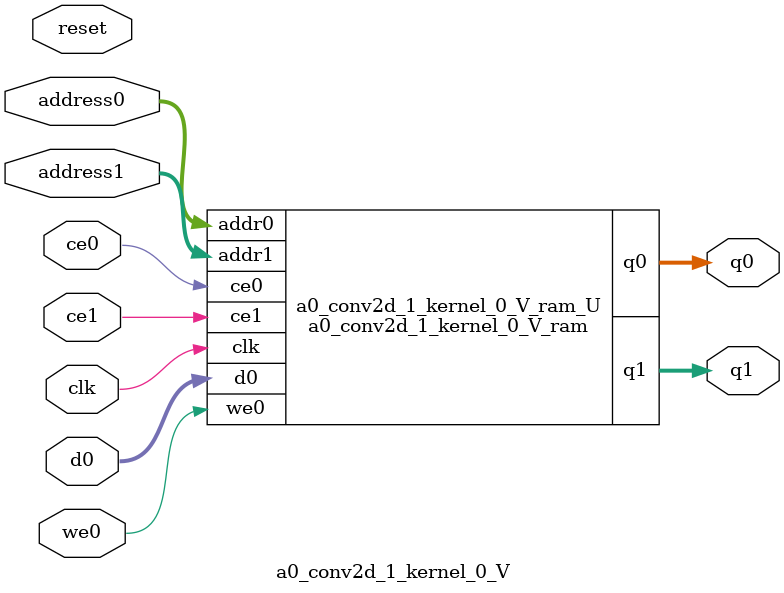
<source format=v>
`timescale 1 ns / 1 ps
module a0_conv2d_1_kernel_0_V_ram (addr0, ce0, d0, we0, q0, addr1, ce1, q1,  clk);

parameter DWIDTH = 16;
parameter AWIDTH = 10;
parameter MEM_SIZE = 576;

input[AWIDTH-1:0] addr0;
input ce0;
input[DWIDTH-1:0] d0;
input we0;
output reg[DWIDTH-1:0] q0;
input[AWIDTH-1:0] addr1;
input ce1;
output reg[DWIDTH-1:0] q1;
input clk;

(* ram_style = "block" *)reg [DWIDTH-1:0] ram[0:MEM_SIZE-1];




always @(posedge clk)  
begin 
    if (ce0) 
    begin
        if (we0) 
        begin 
            ram[addr0] <= d0; 
        end 
        q0 <= ram[addr0];
    end
end


always @(posedge clk)  
begin 
    if (ce1) 
    begin
        q1 <= ram[addr1];
    end
end


endmodule

`timescale 1 ns / 1 ps
module a0_conv2d_1_kernel_0_V(
    reset,
    clk,
    address0,
    ce0,
    we0,
    d0,
    q0,
    address1,
    ce1,
    q1);

parameter DataWidth = 32'd16;
parameter AddressRange = 32'd576;
parameter AddressWidth = 32'd10;
input reset;
input clk;
input[AddressWidth - 1:0] address0;
input ce0;
input we0;
input[DataWidth - 1:0] d0;
output[DataWidth - 1:0] q0;
input[AddressWidth - 1:0] address1;
input ce1;
output[DataWidth - 1:0] q1;



a0_conv2d_1_kernel_0_V_ram a0_conv2d_1_kernel_0_V_ram_U(
    .clk( clk ),
    .addr0( address0 ),
    .ce0( ce0 ),
    .we0( we0 ),
    .d0( d0 ),
    .q0( q0 ),
    .addr1( address1 ),
    .ce1( ce1 ),
    .q1( q1 ));

endmodule


</source>
